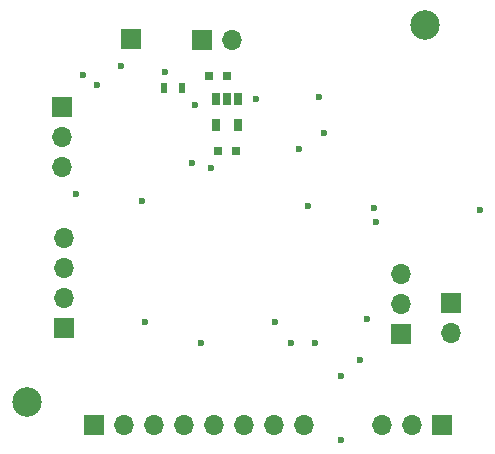
<source format=gbr>
G04 #@! TF.GenerationSoftware,KiCad,Pcbnew,(2017-04-02 revision 2c33fad45)-master*
G04 #@! TF.CreationDate,2017-04-07T18:54:24+05:30*
G04 #@! TF.ProjectId,LoRaBoard,4C6F5261426F6172642E6B696361645F,rev?*
G04 #@! TF.FileFunction,Soldermask,Bot*
G04 #@! TF.FilePolarity,Negative*
%FSLAX46Y46*%
G04 Gerber Fmt 4.6, Leading zero omitted, Abs format (unit mm)*
G04 Created by KiCad (PCBNEW (2017-04-02 revision 2c33fad45)-master) date Fri Apr  7 18:54:24 2017*
%MOMM*%
%LPD*%
G01*
G04 APERTURE LIST*
%ADD10C,0.100000*%
%ADD11C,2.500000*%
%ADD12R,0.800000X0.750000*%
%ADD13R,1.700000X1.700000*%
%ADD14O,1.700000X1.700000*%
%ADD15R,0.500000X0.900000*%
%ADD16R,0.650000X1.060000*%
%ADD17C,0.600000*%
G04 APERTURE END LIST*
D10*
D11*
X174500000Y-100100000D03*
X140800000Y-132000000D03*
D12*
X157750000Y-104400000D03*
X156250000Y-104400000D03*
X157000000Y-110750000D03*
X158500000Y-110750000D03*
D13*
X143800000Y-107060000D03*
D14*
X143800000Y-109600000D03*
X143800000Y-112140000D03*
D13*
X172500000Y-126250000D03*
D14*
X172500000Y-123710000D03*
X172500000Y-121170000D03*
D13*
X176000000Y-134000000D03*
D14*
X173460000Y-134000000D03*
X170920000Y-134000000D03*
D13*
X144000000Y-125740000D03*
D14*
X144000000Y-123200000D03*
X144000000Y-120660000D03*
X144000000Y-118120000D03*
D13*
X146500000Y-134000000D03*
D14*
X149040000Y-134000000D03*
X151580000Y-134000000D03*
X154120000Y-134000000D03*
X156660000Y-134000000D03*
X159200000Y-134000000D03*
X161740000Y-134000000D03*
X164280000Y-134000000D03*
D13*
X176750000Y-123600000D03*
D14*
X176750000Y-126140000D03*
D13*
X155660000Y-101400000D03*
D14*
X158200000Y-101400000D03*
D15*
X153950000Y-105400000D03*
X152450000Y-105400000D03*
D16*
X156800000Y-106400000D03*
X157750000Y-106400000D03*
X158700000Y-106400000D03*
X158700000Y-108600000D03*
X156800000Y-108600000D03*
D13*
X149600000Y-101300000D03*
D17*
X148800000Y-103600000D03*
X154800000Y-111800000D03*
X156400000Y-112200000D03*
X164600000Y-115400000D03*
X170200000Y-115600000D03*
X145600000Y-104300000D03*
X169000000Y-128500000D03*
X163900000Y-110600000D03*
X170400000Y-116800000D03*
X146800000Y-105200000D03*
X166000000Y-109200000D03*
X150600000Y-115000000D03*
X169600000Y-125000000D03*
X165600000Y-106200000D03*
X155600000Y-127000000D03*
X150800000Y-125200000D03*
X155100000Y-106900000D03*
X167400000Y-129800000D03*
X167400000Y-135200000D03*
X165200000Y-127000000D03*
X163200000Y-127000000D03*
X161800000Y-125200000D03*
X152500000Y-104100000D03*
X160200000Y-106400000D03*
X179200000Y-115800000D03*
X145000000Y-114400000D03*
M02*

</source>
